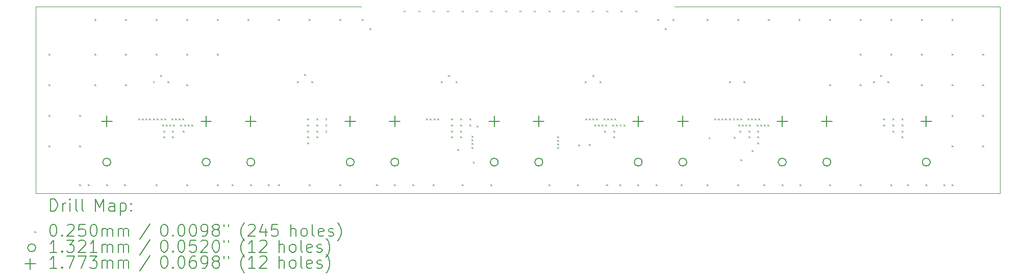
<source format=gbr>
%TF.GenerationSoftware,KiCad,Pcbnew,(7.0.0)*%
%TF.CreationDate,2023-07-13T11:56:27+02:00*%
%TF.ProjectId,RD53B_Quad_6DP_to_ERF8_Data_Adapter,52443533-425f-4517-9561-645f3644505f,V1*%
%TF.SameCoordinates,PX1767f18PY451e560*%
%TF.FileFunction,Drillmap*%
%TF.FilePolarity,Positive*%
%FSLAX45Y45*%
G04 Gerber Fmt 4.5, Leading zero omitted, Abs format (unit mm)*
G04 Created by KiCad (PCBNEW (7.0.0)) date 2023-07-13 11:56:27*
%MOMM*%
%LPD*%
G01*
G04 APERTURE LIST*
%ADD10C,0.010000*%
%ADD11C,0.200000*%
%ADD12C,0.025000*%
%ADD13C,0.132100*%
%ADD14C,0.177340*%
G04 APERTURE END LIST*
D10*
X-200Y3100500D02*
X-200Y500D01*
X15999800Y3100500D02*
X15999800Y500D01*
X10599800Y3100500D02*
X15999800Y3100500D01*
X5399800Y3100500D02*
X-200Y3100500D01*
X-200Y500D02*
X15999800Y500D01*
D11*
D12*
X211300Y2318000D02*
X236300Y2293000D01*
X236300Y2318000D02*
X211300Y2293000D01*
X211300Y1810000D02*
X236300Y1785000D01*
X236300Y1810000D02*
X211300Y1785000D01*
X211300Y1302000D02*
X236300Y1277000D01*
X236300Y1302000D02*
X211300Y1277000D01*
X211300Y794000D02*
X236300Y769000D01*
X236300Y794000D02*
X211300Y769000D01*
X719300Y1302000D02*
X744300Y1277000D01*
X744300Y1302000D02*
X719300Y1277000D01*
X719300Y798800D02*
X744300Y773800D01*
X744300Y798800D02*
X719300Y773800D01*
X719300Y154750D02*
X744300Y129750D01*
X744300Y154750D02*
X719300Y129750D01*
X866300Y154750D02*
X891300Y129750D01*
X891300Y154750D02*
X866300Y129750D01*
X973300Y2893000D02*
X998300Y2868000D01*
X998300Y2893000D02*
X973300Y2868000D01*
X973300Y2322200D02*
X998300Y2297200D01*
X998300Y2322200D02*
X973300Y2297200D01*
X973300Y1810000D02*
X998300Y1785000D01*
X998300Y1810000D02*
X973300Y1785000D01*
X1166300Y154750D02*
X1191300Y129750D01*
X1191300Y154750D02*
X1166300Y129750D01*
X1466300Y154750D02*
X1491300Y129750D01*
X1491300Y154750D02*
X1466300Y129750D01*
X1481300Y2893000D02*
X1506300Y2868000D01*
X1506300Y2893000D02*
X1481300Y2868000D01*
X1481300Y2322200D02*
X1506300Y2297200D01*
X1506300Y2322200D02*
X1481300Y2297200D01*
X1481300Y1810000D02*
X1506300Y1785000D01*
X1506300Y1810000D02*
X1481300Y1785000D01*
X1701060Y1246000D02*
X1726060Y1221000D01*
X1726060Y1246000D02*
X1701060Y1221000D01*
X1761220Y1246000D02*
X1786220Y1221000D01*
X1786220Y1246000D02*
X1761220Y1221000D01*
X1821380Y1246000D02*
X1846380Y1221000D01*
X1846380Y1246000D02*
X1821380Y1221000D01*
X1881540Y1246000D02*
X1906540Y1221000D01*
X1906540Y1246000D02*
X1881540Y1221000D01*
X1944300Y1863250D02*
X1969300Y1838250D01*
X1969300Y1863250D02*
X1944300Y1838250D01*
X1951140Y1246000D02*
X1976140Y1221000D01*
X1976140Y1246000D02*
X1951140Y1221000D01*
X1989300Y2893000D02*
X2014300Y2868000D01*
X2014300Y2893000D02*
X1989300Y2868000D01*
X1989300Y2318000D02*
X2014300Y2293000D01*
X2014300Y2318000D02*
X1989300Y2293000D01*
X1989300Y154750D02*
X2014300Y129750D01*
X2014300Y154750D02*
X1989300Y129750D01*
X2011300Y1247000D02*
X2036300Y1222000D01*
X2036300Y1247000D02*
X2011300Y1222000D01*
X2064300Y1963250D02*
X2089300Y1938250D01*
X2089300Y1963250D02*
X2064300Y1938250D01*
X2071710Y1247000D02*
X2096710Y1222000D01*
X2096710Y1247000D02*
X2071710Y1222000D01*
X2101060Y1146000D02*
X2126060Y1121000D01*
X2126060Y1146000D02*
X2101060Y1121000D01*
X2116800Y1046000D02*
X2141800Y1021000D01*
X2141800Y1046000D02*
X2116800Y1021000D01*
X2116800Y946000D02*
X2141800Y921000D01*
X2141800Y946000D02*
X2116800Y921000D01*
X2131870Y1246000D02*
X2156870Y1221000D01*
X2156870Y1246000D02*
X2131870Y1221000D01*
X2161220Y1146000D02*
X2186220Y1121000D01*
X2186220Y1146000D02*
X2161220Y1121000D01*
X2184300Y1863250D02*
X2209300Y1838250D01*
X2209300Y1863250D02*
X2184300Y1838250D01*
X2221380Y1146000D02*
X2246380Y1121000D01*
X2246380Y1146000D02*
X2221380Y1121000D01*
X2251060Y1246000D02*
X2276060Y1221000D01*
X2276060Y1246000D02*
X2251060Y1221000D01*
X2265800Y1046000D02*
X2290800Y1021000D01*
X2290800Y1046000D02*
X2265800Y1021000D01*
X2265800Y946000D02*
X2290800Y921000D01*
X2290800Y946000D02*
X2265800Y921000D01*
X2281540Y1146000D02*
X2306540Y1121000D01*
X2306540Y1146000D02*
X2281540Y1121000D01*
X2311220Y1246000D02*
X2336220Y1221000D01*
X2336220Y1246000D02*
X2311220Y1221000D01*
X2371380Y1246000D02*
X2396380Y1221000D01*
X2396380Y1246000D02*
X2371380Y1221000D01*
X2401060Y1146000D02*
X2426060Y1121000D01*
X2426060Y1146000D02*
X2401060Y1121000D01*
X2431540Y1246000D02*
X2456540Y1221000D01*
X2456540Y1246000D02*
X2431540Y1221000D01*
X2436300Y1046000D02*
X2461300Y1021000D01*
X2461300Y1046000D02*
X2436300Y1021000D01*
X2461220Y1146000D02*
X2486220Y1121000D01*
X2486220Y1146000D02*
X2461220Y1121000D01*
X2497300Y2893000D02*
X2522300Y2868000D01*
X2522300Y2893000D02*
X2497300Y2868000D01*
X2497300Y2318000D02*
X2522300Y2293000D01*
X2522300Y2318000D02*
X2497300Y2293000D01*
X2497300Y1810000D02*
X2522300Y1785000D01*
X2522300Y1810000D02*
X2497300Y1785000D01*
X2497300Y154750D02*
X2522300Y129750D01*
X2522300Y154750D02*
X2497300Y129750D01*
X2521380Y1146000D02*
X2546380Y1121000D01*
X2546380Y1146000D02*
X2521380Y1121000D01*
X2581540Y1146000D02*
X2606540Y1121000D01*
X2606540Y1146000D02*
X2581540Y1121000D01*
X3005300Y2893000D02*
X3030300Y2868000D01*
X3030300Y2893000D02*
X3005300Y2868000D01*
X3005300Y2318000D02*
X3030300Y2293000D01*
X3030300Y2318000D02*
X3005300Y2293000D01*
X3005300Y154750D02*
X3030300Y129750D01*
X3030300Y154750D02*
X3005300Y129750D01*
X3250000Y154750D02*
X3275000Y129750D01*
X3275000Y154750D02*
X3250000Y129750D01*
X3513300Y2893000D02*
X3538300Y2868000D01*
X3538300Y2893000D02*
X3513300Y2868000D01*
X3555900Y154400D02*
X3580900Y129400D01*
X3580900Y154400D02*
X3555900Y129400D01*
X3855900Y154750D02*
X3880900Y129750D01*
X3880900Y154750D02*
X3855900Y129750D01*
X4021300Y2893000D02*
X4046300Y2868000D01*
X4046300Y2893000D02*
X4021300Y2868000D01*
X4021300Y154750D02*
X4046300Y129750D01*
X4046300Y154750D02*
X4021300Y129750D01*
X4336300Y1863250D02*
X4361300Y1838250D01*
X4361300Y1863250D02*
X4336300Y1838250D01*
X4456300Y1980170D02*
X4481300Y1955170D01*
X4481300Y1980170D02*
X4456300Y1955170D01*
X4506550Y1246000D02*
X4531550Y1221000D01*
X4531550Y1246000D02*
X4506550Y1221000D01*
X4506550Y1146000D02*
X4531550Y1121000D01*
X4531550Y1146000D02*
X4506550Y1121000D01*
X4506550Y1046000D02*
X4531550Y1021000D01*
X4531550Y1046000D02*
X4506550Y1021000D01*
X4506550Y946000D02*
X4531550Y921000D01*
X4531550Y946000D02*
X4506550Y921000D01*
X4506550Y846000D02*
X4531550Y821000D01*
X4531550Y846000D02*
X4506550Y821000D01*
X4529300Y2893000D02*
X4554300Y2868000D01*
X4554300Y2893000D02*
X4529300Y2868000D01*
X4529300Y154750D02*
X4554300Y129750D01*
X4554300Y154750D02*
X4529300Y129750D01*
X4576300Y1863250D02*
X4601300Y1838250D01*
X4601300Y1863250D02*
X4576300Y1838250D01*
X4654300Y1146000D02*
X4679300Y1121000D01*
X4679300Y1146000D02*
X4654300Y1121000D01*
X4657300Y1246000D02*
X4682300Y1221000D01*
X4682300Y1246000D02*
X4657300Y1221000D01*
X4657300Y1046000D02*
X4682300Y1021000D01*
X4682300Y1046000D02*
X4657300Y1021000D01*
X4657300Y946000D02*
X4682300Y921000D01*
X4682300Y946000D02*
X4657300Y921000D01*
X4806050Y1246000D02*
X4831050Y1221000D01*
X4831050Y1246000D02*
X4806050Y1221000D01*
X4806050Y1146000D02*
X4831050Y1121000D01*
X4831050Y1146000D02*
X4806050Y1121000D01*
X4806050Y1046000D02*
X4831050Y1021000D01*
X4831050Y1046000D02*
X4806050Y1021000D01*
X5037300Y2893000D02*
X5062300Y2868000D01*
X5062300Y2893000D02*
X5037300Y2868000D01*
X5037300Y154750D02*
X5062300Y129750D01*
X5062300Y154750D02*
X5037300Y129750D01*
X5410300Y2893000D02*
X5435300Y2868000D01*
X5435300Y2893000D02*
X5410300Y2868000D01*
X5537300Y2746000D02*
X5562300Y2721000D01*
X5562300Y2746000D02*
X5537300Y2721000D01*
X5645900Y154750D02*
X5670900Y129750D01*
X5670900Y154750D02*
X5645900Y129750D01*
X5945900Y154750D02*
X5970900Y129750D01*
X5970900Y154750D02*
X5945900Y129750D01*
X6107300Y3036000D02*
X6132300Y3011000D01*
X6132300Y3036000D02*
X6107300Y3011000D01*
X6245900Y154750D02*
X6270900Y129750D01*
X6270900Y154750D02*
X6245900Y129750D01*
X6347300Y3036000D02*
X6372300Y3011000D01*
X6372300Y3036000D02*
X6347300Y3011000D01*
X6481060Y1246000D02*
X6506060Y1221000D01*
X6506060Y1246000D02*
X6481060Y1221000D01*
X6541220Y1246000D02*
X6566220Y1221000D01*
X6566220Y1246000D02*
X6541220Y1221000D01*
X6587300Y3036000D02*
X6612300Y3011000D01*
X6612300Y3036000D02*
X6587300Y3011000D01*
X6587300Y154750D02*
X6612300Y129750D01*
X6612300Y154750D02*
X6587300Y129750D01*
X6601380Y1246000D02*
X6626380Y1221000D01*
X6626380Y1246000D02*
X6601380Y1221000D01*
X6661540Y1246000D02*
X6686540Y1221000D01*
X6686540Y1246000D02*
X6661540Y1221000D01*
X6726300Y1863250D02*
X6751300Y1838250D01*
X6751300Y1863250D02*
X6726300Y1838250D01*
X6827300Y3036000D02*
X6852300Y3011000D01*
X6852300Y3036000D02*
X6827300Y3011000D01*
X6846300Y1963250D02*
X6871300Y1938250D01*
X6871300Y1963250D02*
X6846300Y1938250D01*
X6895800Y1246000D02*
X6920800Y1221000D01*
X6920800Y1246000D02*
X6895800Y1221000D01*
X6895800Y1146000D02*
X6920800Y1121000D01*
X6920800Y1146000D02*
X6895800Y1121000D01*
X6895800Y1046000D02*
X6920800Y1021000D01*
X6920800Y1046000D02*
X6895800Y1021000D01*
X6895800Y946000D02*
X6920800Y921000D01*
X6920800Y946000D02*
X6895800Y921000D01*
X6966300Y1863250D02*
X6991300Y1838250D01*
X6991300Y1863250D02*
X6966300Y1838250D01*
X6996300Y740000D02*
X7021300Y715000D01*
X7021300Y740000D02*
X6996300Y715000D01*
X7046800Y1246000D02*
X7071800Y1221000D01*
X7071800Y1246000D02*
X7046800Y1221000D01*
X7046800Y1146000D02*
X7071800Y1121000D01*
X7071800Y1146000D02*
X7046800Y1121000D01*
X7046800Y1046000D02*
X7071800Y1021000D01*
X7071800Y1046000D02*
X7046800Y1021000D01*
X7046800Y946000D02*
X7071800Y921000D01*
X7071800Y946000D02*
X7046800Y921000D01*
X7067300Y3036000D02*
X7092300Y3011000D01*
X7092300Y3036000D02*
X7067300Y3011000D01*
X7067300Y154750D02*
X7092300Y129750D01*
X7092300Y154750D02*
X7067300Y129750D01*
X7196550Y1246000D02*
X7221550Y1221000D01*
X7221550Y1246000D02*
X7196550Y1221000D01*
X7196550Y1146000D02*
X7221550Y1121000D01*
X7221550Y1146000D02*
X7196550Y1121000D01*
X7233300Y955240D02*
X7258300Y930240D01*
X7258300Y955240D02*
X7233300Y930240D01*
X7233300Y895080D02*
X7258300Y870080D01*
X7258300Y895080D02*
X7233300Y870080D01*
X7233300Y834920D02*
X7258300Y809920D01*
X7258300Y834920D02*
X7233300Y809920D01*
X7233300Y774760D02*
X7258300Y749760D01*
X7258300Y774760D02*
X7233300Y749760D01*
X7252800Y529500D02*
X7277800Y504500D01*
X7277800Y529500D02*
X7252800Y504500D01*
X7307300Y3036000D02*
X7332300Y3011000D01*
X7332300Y3036000D02*
X7307300Y3011000D01*
X7316100Y1125500D02*
X7341100Y1100500D01*
X7341100Y1125500D02*
X7316100Y1100500D01*
X7547300Y3036000D02*
X7572300Y3011000D01*
X7572300Y3036000D02*
X7547300Y3011000D01*
X7547300Y154750D02*
X7572300Y129750D01*
X7572300Y154750D02*
X7547300Y129750D01*
X7787300Y3036000D02*
X7812300Y3011000D01*
X7812300Y3036000D02*
X7787300Y3011000D01*
X8027300Y3036000D02*
X8052300Y3011000D01*
X8052300Y3036000D02*
X8027300Y3011000D01*
X8267300Y3036000D02*
X8292300Y3011000D01*
X8292300Y3036000D02*
X8267300Y3011000D01*
X8507300Y3036000D02*
X8532300Y3011000D01*
X8532300Y3036000D02*
X8507300Y3011000D01*
X8507300Y154750D02*
X8532300Y129750D01*
X8532300Y154750D02*
X8507300Y129750D01*
X8650300Y952820D02*
X8675300Y927820D01*
X8675300Y952820D02*
X8650300Y927820D01*
X8650300Y892660D02*
X8675300Y867660D01*
X8675300Y892660D02*
X8650300Y867660D01*
X8650300Y832500D02*
X8675300Y807500D01*
X8675300Y832500D02*
X8650300Y807500D01*
X8650300Y772340D02*
X8675300Y747340D01*
X8675300Y772340D02*
X8650300Y747340D01*
X8747300Y3036000D02*
X8772300Y3011000D01*
X8772300Y3036000D02*
X8747300Y3011000D01*
X8987300Y3036000D02*
X9012300Y3011000D01*
X9012300Y3036000D02*
X8987300Y3011000D01*
X8987300Y154750D02*
X9012300Y129750D01*
X9012300Y154750D02*
X8987300Y129750D01*
X8998600Y817000D02*
X9023600Y792000D01*
X9023600Y817000D02*
X8998600Y792000D01*
X9115300Y1863250D02*
X9140300Y1838250D01*
X9140300Y1863250D02*
X9115300Y1838250D01*
X9121060Y1246000D02*
X9146060Y1221000D01*
X9146060Y1246000D02*
X9121060Y1221000D01*
X9181220Y1246000D02*
X9206220Y1221000D01*
X9206220Y1246000D02*
X9181220Y1221000D01*
X9182300Y818900D02*
X9207300Y793900D01*
X9207300Y818900D02*
X9182300Y793900D01*
X9227300Y3036000D02*
X9252300Y3011000D01*
X9252300Y3036000D02*
X9227300Y3011000D01*
X9235300Y1963250D02*
X9260300Y1938250D01*
X9260300Y1963250D02*
X9235300Y1938250D01*
X9241380Y1246000D02*
X9266380Y1221000D01*
X9266380Y1246000D02*
X9241380Y1221000D01*
X9271060Y1146000D02*
X9296060Y1121000D01*
X9296060Y1146000D02*
X9271060Y1121000D01*
X9301540Y1246000D02*
X9326540Y1221000D01*
X9326540Y1246000D02*
X9301540Y1221000D01*
X9331220Y1146000D02*
X9356220Y1121000D01*
X9356220Y1146000D02*
X9331220Y1121000D01*
X9355300Y1863250D02*
X9380300Y1838250D01*
X9380300Y1863250D02*
X9355300Y1838250D01*
X9391380Y1146000D02*
X9416380Y1121000D01*
X9416380Y1146000D02*
X9391380Y1121000D01*
X9421060Y1246000D02*
X9446060Y1221000D01*
X9446060Y1246000D02*
X9421060Y1221000D01*
X9436800Y1046000D02*
X9461800Y1021000D01*
X9461800Y1046000D02*
X9436800Y1021000D01*
X9451540Y1146000D02*
X9476540Y1121000D01*
X9476540Y1146000D02*
X9451540Y1121000D01*
X9467300Y3036000D02*
X9492300Y3011000D01*
X9492300Y3036000D02*
X9467300Y3011000D01*
X9467300Y154750D02*
X9492300Y129750D01*
X9492300Y154750D02*
X9467300Y129750D01*
X9481220Y1246000D02*
X9506220Y1221000D01*
X9506220Y1246000D02*
X9481220Y1221000D01*
X9541380Y1246000D02*
X9566380Y1221000D01*
X9566380Y1246000D02*
X9541380Y1221000D01*
X9571060Y1146000D02*
X9596060Y1121000D01*
X9596060Y1146000D02*
X9571060Y1121000D01*
X9586550Y1046000D02*
X9611550Y1021000D01*
X9611550Y1046000D02*
X9586550Y1021000D01*
X9586550Y946000D02*
X9611550Y921000D01*
X9611550Y946000D02*
X9586550Y921000D01*
X9601540Y1246000D02*
X9626540Y1221000D01*
X9626540Y1246000D02*
X9601540Y1221000D01*
X9631220Y1146000D02*
X9656220Y1121000D01*
X9656220Y1146000D02*
X9631220Y1121000D01*
X9685700Y154750D02*
X9710700Y129750D01*
X9710700Y154750D02*
X9685700Y129750D01*
X9691380Y1146000D02*
X9716380Y1121000D01*
X9716380Y1146000D02*
X9691380Y1121000D01*
X9707300Y3036000D02*
X9732300Y3011000D01*
X9732300Y3036000D02*
X9707300Y3011000D01*
X9751540Y1146000D02*
X9776540Y1121000D01*
X9776540Y1146000D02*
X9751540Y1121000D01*
X9947300Y3036000D02*
X9972300Y3011000D01*
X9972300Y3036000D02*
X9947300Y3011000D01*
X9985700Y154750D02*
X10010700Y129750D01*
X10010700Y154750D02*
X9985700Y129750D01*
X10285700Y154750D02*
X10310700Y129750D01*
X10310700Y154750D02*
X10285700Y129750D01*
X10310300Y2893000D02*
X10335300Y2868000D01*
X10335300Y2893000D02*
X10310300Y2868000D01*
X10437300Y2746000D02*
X10462300Y2721000D01*
X10462300Y2746000D02*
X10437300Y2721000D01*
X10564300Y2893000D02*
X10589300Y2868000D01*
X10589300Y2893000D02*
X10564300Y2868000D01*
X10704300Y154750D02*
X10729300Y129750D01*
X10729300Y154750D02*
X10704300Y129750D01*
X11133300Y2893000D02*
X11158300Y2868000D01*
X11158300Y2893000D02*
X11133300Y2868000D01*
X11133300Y154750D02*
X11158300Y129750D01*
X11158300Y154750D02*
X11133300Y129750D01*
X11164700Y932800D02*
X11189700Y907800D01*
X11189700Y932800D02*
X11164700Y907800D01*
X11260730Y1246000D02*
X11285730Y1221000D01*
X11285730Y1246000D02*
X11260730Y1221000D01*
X11320890Y1246000D02*
X11345890Y1221000D01*
X11345890Y1246000D02*
X11320890Y1221000D01*
X11381380Y1246000D02*
X11406380Y1221000D01*
X11406380Y1246000D02*
X11381380Y1221000D01*
X11441540Y1246000D02*
X11466540Y1221000D01*
X11466540Y1246000D02*
X11441540Y1221000D01*
X11505300Y1863250D02*
X11530300Y1838250D01*
X11530300Y1863250D02*
X11505300Y1838250D01*
X11510730Y1246000D02*
X11535730Y1221000D01*
X11535730Y1246000D02*
X11510730Y1221000D01*
X11570890Y1246000D02*
X11595890Y1221000D01*
X11595890Y1246000D02*
X11570890Y1221000D01*
X11587300Y943500D02*
X11612300Y918500D01*
X11612300Y943500D02*
X11587300Y918500D01*
X11631380Y1246000D02*
X11656380Y1221000D01*
X11656380Y1246000D02*
X11631380Y1221000D01*
X11641300Y2893000D02*
X11666300Y2868000D01*
X11666300Y2893000D02*
X11641300Y2868000D01*
X11641300Y154750D02*
X11666300Y129750D01*
X11666300Y154750D02*
X11641300Y129750D01*
X11661060Y1146000D02*
X11686060Y1121000D01*
X11686060Y1146000D02*
X11661060Y1121000D01*
X11677050Y1046000D02*
X11702050Y1021000D01*
X11702050Y1046000D02*
X11677050Y1021000D01*
X11690600Y565200D02*
X11715600Y540200D01*
X11715600Y565200D02*
X11690600Y540200D01*
X11691540Y1246000D02*
X11716540Y1221000D01*
X11716540Y1246000D02*
X11691540Y1221000D01*
X11721220Y1146000D02*
X11746220Y1121000D01*
X11746220Y1146000D02*
X11721220Y1121000D01*
X11745300Y1863250D02*
X11770300Y1838250D01*
X11770300Y1863250D02*
X11745300Y1838250D01*
X11781380Y1146000D02*
X11806380Y1121000D01*
X11806380Y1146000D02*
X11781380Y1121000D01*
X11811060Y1246000D02*
X11836060Y1221000D01*
X11836060Y1246000D02*
X11811060Y1221000D01*
X11826550Y1046000D02*
X11851550Y1021000D01*
X11851550Y1046000D02*
X11826550Y1021000D01*
X11826550Y946000D02*
X11851550Y921000D01*
X11851550Y946000D02*
X11826550Y921000D01*
X11841540Y1146000D02*
X11866540Y1121000D01*
X11866540Y1146000D02*
X11841540Y1121000D01*
X11871220Y1246000D02*
X11896220Y1221000D01*
X11896220Y1246000D02*
X11871220Y1221000D01*
X11879100Y719600D02*
X11904100Y694600D01*
X11904100Y719600D02*
X11879100Y694600D01*
X11931380Y1246000D02*
X11956380Y1221000D01*
X11956380Y1246000D02*
X11931380Y1221000D01*
X11961060Y1146000D02*
X11986060Y1121000D01*
X11986060Y1146000D02*
X11961060Y1121000D01*
X11977050Y1046000D02*
X12002050Y1021000D01*
X12002050Y1046000D02*
X11977050Y1021000D01*
X11977050Y946000D02*
X12002050Y921000D01*
X12002050Y946000D02*
X11977050Y921000D01*
X11977050Y846000D02*
X12002050Y821000D01*
X12002050Y846000D02*
X11977050Y821000D01*
X11991540Y1246000D02*
X12016540Y1221000D01*
X12016540Y1246000D02*
X11991540Y1221000D01*
X12021220Y1146000D02*
X12046220Y1121000D01*
X12046220Y1146000D02*
X12021220Y1121000D01*
X12075500Y154750D02*
X12100500Y129750D01*
X12100500Y154750D02*
X12075500Y129750D01*
X12081380Y1146000D02*
X12106380Y1121000D01*
X12106380Y1146000D02*
X12081380Y1121000D01*
X12141540Y1146000D02*
X12166540Y1121000D01*
X12166540Y1146000D02*
X12141540Y1121000D01*
X12149300Y2893000D02*
X12174300Y2868000D01*
X12174300Y2893000D02*
X12149300Y2868000D01*
X12375500Y154750D02*
X12400500Y129750D01*
X12400500Y154750D02*
X12375500Y129750D01*
X12657300Y2893000D02*
X12682300Y2868000D01*
X12682300Y2893000D02*
X12657300Y2868000D01*
X12675500Y154750D02*
X12700500Y129750D01*
X12700500Y154750D02*
X12675500Y129750D01*
X13165300Y2893000D02*
X13190300Y2868000D01*
X13190300Y2893000D02*
X13165300Y2868000D01*
X13165300Y1810000D02*
X13190300Y1785000D01*
X13190300Y1810000D02*
X13165300Y1785000D01*
X13165300Y154750D02*
X13190300Y129750D01*
X13190300Y154750D02*
X13165300Y129750D01*
X13673300Y2893000D02*
X13698300Y2868000D01*
X13698300Y2893000D02*
X13673300Y2868000D01*
X13673300Y2318000D02*
X13698300Y2293000D01*
X13698300Y2318000D02*
X13673300Y2293000D01*
X13673300Y1810000D02*
X13698300Y1785000D01*
X13698300Y1810000D02*
X13673300Y1785000D01*
X13673300Y154750D02*
X13698300Y129750D01*
X13698300Y154750D02*
X13673300Y129750D01*
X13895300Y1863250D02*
X13920300Y1838250D01*
X13920300Y1863250D02*
X13895300Y1838250D01*
X14015300Y1963250D02*
X14040300Y1938250D01*
X14040300Y1963250D02*
X14015300Y1938250D01*
X14064800Y1246000D02*
X14089800Y1221000D01*
X14089800Y1246000D02*
X14064800Y1221000D01*
X14064800Y1146000D02*
X14089800Y1121000D01*
X14089800Y1146000D02*
X14064800Y1121000D01*
X14135300Y1863250D02*
X14160300Y1838250D01*
X14160300Y1863250D02*
X14135300Y1838250D01*
X14181300Y2893000D02*
X14206300Y2868000D01*
X14206300Y2893000D02*
X14181300Y2868000D01*
X14181300Y2318000D02*
X14206300Y2293000D01*
X14206300Y2318000D02*
X14181300Y2293000D01*
X14181300Y154750D02*
X14206300Y129750D01*
X14206300Y154750D02*
X14181300Y129750D01*
X14214300Y1246000D02*
X14239300Y1221000D01*
X14239300Y1246000D02*
X14214300Y1221000D01*
X14214300Y1146000D02*
X14239300Y1121000D01*
X14239300Y1146000D02*
X14214300Y1121000D01*
X14214300Y1046000D02*
X14239300Y1021000D01*
X14239300Y1046000D02*
X14214300Y1021000D01*
X14365550Y1248500D02*
X14390550Y1223500D01*
X14390550Y1248500D02*
X14365550Y1223500D01*
X14365550Y1146000D02*
X14390550Y1121000D01*
X14390550Y1146000D02*
X14365550Y1121000D01*
X14365550Y1046000D02*
X14390550Y1021000D01*
X14390550Y1046000D02*
X14365550Y1021000D01*
X14365550Y946000D02*
X14390550Y921000D01*
X14390550Y946000D02*
X14365550Y921000D01*
X14465300Y154750D02*
X14490300Y129750D01*
X14490300Y154750D02*
X14465300Y129750D01*
X14689300Y2893000D02*
X14714300Y2868000D01*
X14714300Y2893000D02*
X14689300Y2868000D01*
X14689300Y2318000D02*
X14714300Y2293000D01*
X14714300Y2318000D02*
X14689300Y2293000D01*
X14689300Y1810000D02*
X14714300Y1785000D01*
X14714300Y1810000D02*
X14689300Y1785000D01*
X14765300Y154750D02*
X14790300Y129750D01*
X14790300Y154750D02*
X14765300Y129750D01*
X15065300Y154750D02*
X15090300Y129750D01*
X15090300Y154750D02*
X15065300Y129750D01*
X15197300Y2893000D02*
X15222300Y2868000D01*
X15222300Y2893000D02*
X15197300Y2868000D01*
X15197300Y2318000D02*
X15222300Y2293000D01*
X15222300Y2318000D02*
X15197300Y2293000D01*
X15197300Y1810000D02*
X15222300Y1785000D01*
X15222300Y1810000D02*
X15197300Y1785000D01*
X15197300Y1302000D02*
X15222300Y1277000D01*
X15222300Y1302000D02*
X15197300Y1277000D01*
X15197300Y794000D02*
X15222300Y769000D01*
X15222300Y794000D02*
X15197300Y769000D01*
X15197300Y154750D02*
X15222300Y129750D01*
X15222300Y154750D02*
X15197300Y129750D01*
X15705300Y2318000D02*
X15730300Y2293000D01*
X15730300Y2318000D02*
X15705300Y2293000D01*
X15705300Y1810000D02*
X15730300Y1785000D01*
X15730300Y1810000D02*
X15705300Y1785000D01*
X15705300Y1302000D02*
X15730300Y1277000D01*
X15730300Y1302000D02*
X15705300Y1277000D01*
X15705300Y794000D02*
X15730300Y769000D01*
X15730300Y794000D02*
X15705300Y769000D01*
D13*
X1244850Y518500D02*
G75*
G03*
X1244850Y518500I-66050J0D01*
G01*
X2894850Y518500D02*
G75*
G03*
X2894850Y518500I-66050J0D01*
G01*
X3634450Y518600D02*
G75*
G03*
X3634450Y518600I-66050J0D01*
G01*
X5284450Y518600D02*
G75*
G03*
X5284450Y518600I-66050J0D01*
G01*
X6024450Y518500D02*
G75*
G03*
X6024450Y518500I-66050J0D01*
G01*
X7674450Y518500D02*
G75*
G03*
X7674450Y518500I-66050J0D01*
G01*
X8414250Y518500D02*
G75*
G03*
X8414250Y518500I-66050J0D01*
G01*
X10064250Y518500D02*
G75*
G03*
X10064250Y518500I-66050J0D01*
G01*
X10804050Y518500D02*
G75*
G03*
X10804050Y518500I-66050J0D01*
G01*
X12454050Y518500D02*
G75*
G03*
X12454050Y518500I-66050J0D01*
G01*
X13193850Y518500D02*
G75*
G03*
X13193850Y518500I-66050J0D01*
G01*
X14843850Y518500D02*
G75*
G03*
X14843850Y518500I-66050J0D01*
G01*
D14*
X1178800Y1285170D02*
X1178800Y1107830D01*
X1090130Y1196500D02*
X1267470Y1196500D01*
X2828800Y1285170D02*
X2828800Y1107830D01*
X2740130Y1196500D02*
X2917470Y1196500D01*
X3568400Y1285270D02*
X3568400Y1107930D01*
X3479730Y1196600D02*
X3657070Y1196600D01*
X5218400Y1285270D02*
X5218400Y1107930D01*
X5129730Y1196600D02*
X5307070Y1196600D01*
X5958400Y1285170D02*
X5958400Y1107830D01*
X5869730Y1196500D02*
X6047070Y1196500D01*
X7608400Y1285170D02*
X7608400Y1107830D01*
X7519730Y1196500D02*
X7697070Y1196500D01*
X8348200Y1285170D02*
X8348200Y1107830D01*
X8259530Y1196500D02*
X8436870Y1196500D01*
X9998200Y1285170D02*
X9998200Y1107830D01*
X9909530Y1196500D02*
X10086870Y1196500D01*
X10738000Y1285170D02*
X10738000Y1107830D01*
X10649330Y1196500D02*
X10826670Y1196500D01*
X12388000Y1285170D02*
X12388000Y1107830D01*
X12299330Y1196500D02*
X12476670Y1196500D01*
X13127800Y1285170D02*
X13127800Y1107830D01*
X13039130Y1196500D02*
X13216470Y1196500D01*
X14777800Y1285170D02*
X14777800Y1107830D01*
X14689130Y1196500D02*
X14866470Y1196500D01*
D11*
X246919Y-293476D02*
X246919Y-93476D01*
X246919Y-93476D02*
X294538Y-93476D01*
X294538Y-93476D02*
X323110Y-103000D01*
X323110Y-103000D02*
X342157Y-122048D01*
X342157Y-122048D02*
X351681Y-141095D01*
X351681Y-141095D02*
X361205Y-179190D01*
X361205Y-179190D02*
X361205Y-207762D01*
X361205Y-207762D02*
X351681Y-245857D01*
X351681Y-245857D02*
X342157Y-264905D01*
X342157Y-264905D02*
X323110Y-283952D01*
X323110Y-283952D02*
X294538Y-293476D01*
X294538Y-293476D02*
X246919Y-293476D01*
X446919Y-293476D02*
X446919Y-160143D01*
X446919Y-198238D02*
X456443Y-179190D01*
X456443Y-179190D02*
X465967Y-169667D01*
X465967Y-169667D02*
X485014Y-160143D01*
X485014Y-160143D02*
X504062Y-160143D01*
X570729Y-293476D02*
X570729Y-160143D01*
X570729Y-93476D02*
X561205Y-103000D01*
X561205Y-103000D02*
X570729Y-112524D01*
X570729Y-112524D02*
X580252Y-103000D01*
X580252Y-103000D02*
X570729Y-93476D01*
X570729Y-93476D02*
X570729Y-112524D01*
X694538Y-293476D02*
X675490Y-283952D01*
X675490Y-283952D02*
X665967Y-264905D01*
X665967Y-264905D02*
X665967Y-93476D01*
X799300Y-293476D02*
X780252Y-283952D01*
X780252Y-283952D02*
X770728Y-264905D01*
X770728Y-264905D02*
X770728Y-93476D01*
X995490Y-293476D02*
X995490Y-93476D01*
X995490Y-93476D02*
X1062157Y-236333D01*
X1062157Y-236333D02*
X1128824Y-93476D01*
X1128824Y-93476D02*
X1128824Y-293476D01*
X1309776Y-293476D02*
X1309776Y-188714D01*
X1309776Y-188714D02*
X1300252Y-169667D01*
X1300252Y-169667D02*
X1281205Y-160143D01*
X1281205Y-160143D02*
X1243109Y-160143D01*
X1243109Y-160143D02*
X1224062Y-169667D01*
X1309776Y-283952D02*
X1290729Y-293476D01*
X1290729Y-293476D02*
X1243109Y-293476D01*
X1243109Y-293476D02*
X1224062Y-283952D01*
X1224062Y-283952D02*
X1214538Y-264905D01*
X1214538Y-264905D02*
X1214538Y-245857D01*
X1214538Y-245857D02*
X1224062Y-226809D01*
X1224062Y-226809D02*
X1243109Y-217286D01*
X1243109Y-217286D02*
X1290729Y-217286D01*
X1290729Y-217286D02*
X1309776Y-207762D01*
X1405014Y-160143D02*
X1405014Y-360143D01*
X1405014Y-169667D02*
X1424062Y-160143D01*
X1424062Y-160143D02*
X1462157Y-160143D01*
X1462157Y-160143D02*
X1481205Y-169667D01*
X1481205Y-169667D02*
X1490728Y-179190D01*
X1490728Y-179190D02*
X1500252Y-198238D01*
X1500252Y-198238D02*
X1500252Y-255381D01*
X1500252Y-255381D02*
X1490728Y-274429D01*
X1490728Y-274429D02*
X1481205Y-283952D01*
X1481205Y-283952D02*
X1462157Y-293476D01*
X1462157Y-293476D02*
X1424062Y-293476D01*
X1424062Y-293476D02*
X1405014Y-283952D01*
X1585967Y-274429D02*
X1595490Y-283952D01*
X1595490Y-283952D02*
X1585967Y-293476D01*
X1585967Y-293476D02*
X1576443Y-283952D01*
X1576443Y-283952D02*
X1585967Y-274429D01*
X1585967Y-274429D02*
X1585967Y-293476D01*
X1585967Y-169667D02*
X1595490Y-179190D01*
X1595490Y-179190D02*
X1585967Y-188714D01*
X1585967Y-188714D02*
X1576443Y-179190D01*
X1576443Y-179190D02*
X1585967Y-169667D01*
X1585967Y-169667D02*
X1585967Y-188714D01*
D12*
X-25700Y-627500D02*
X-700Y-652500D01*
X-700Y-627500D02*
X-25700Y-652500D01*
D11*
X285014Y-513476D02*
X304062Y-513476D01*
X304062Y-513476D02*
X323110Y-523000D01*
X323110Y-523000D02*
X332633Y-532524D01*
X332633Y-532524D02*
X342157Y-551571D01*
X342157Y-551571D02*
X351681Y-589667D01*
X351681Y-589667D02*
X351681Y-637286D01*
X351681Y-637286D02*
X342157Y-675381D01*
X342157Y-675381D02*
X332633Y-694429D01*
X332633Y-694429D02*
X323110Y-703952D01*
X323110Y-703952D02*
X304062Y-713476D01*
X304062Y-713476D02*
X285014Y-713476D01*
X285014Y-713476D02*
X265967Y-703952D01*
X265967Y-703952D02*
X256443Y-694429D01*
X256443Y-694429D02*
X246919Y-675381D01*
X246919Y-675381D02*
X237395Y-637286D01*
X237395Y-637286D02*
X237395Y-589667D01*
X237395Y-589667D02*
X246919Y-551571D01*
X246919Y-551571D02*
X256443Y-532524D01*
X256443Y-532524D02*
X265967Y-523000D01*
X265967Y-523000D02*
X285014Y-513476D01*
X437395Y-694429D02*
X446919Y-703952D01*
X446919Y-703952D02*
X437395Y-713476D01*
X437395Y-713476D02*
X427871Y-703952D01*
X427871Y-703952D02*
X437395Y-694429D01*
X437395Y-694429D02*
X437395Y-713476D01*
X523109Y-532524D02*
X532633Y-523000D01*
X532633Y-523000D02*
X551681Y-513476D01*
X551681Y-513476D02*
X599300Y-513476D01*
X599300Y-513476D02*
X618348Y-523000D01*
X618348Y-523000D02*
X627871Y-532524D01*
X627871Y-532524D02*
X637395Y-551571D01*
X637395Y-551571D02*
X637395Y-570619D01*
X637395Y-570619D02*
X627871Y-599190D01*
X627871Y-599190D02*
X513586Y-713476D01*
X513586Y-713476D02*
X637395Y-713476D01*
X818348Y-513476D02*
X723109Y-513476D01*
X723109Y-513476D02*
X713586Y-608714D01*
X713586Y-608714D02*
X723109Y-599190D01*
X723109Y-599190D02*
X742157Y-589667D01*
X742157Y-589667D02*
X789776Y-589667D01*
X789776Y-589667D02*
X808824Y-599190D01*
X808824Y-599190D02*
X818348Y-608714D01*
X818348Y-608714D02*
X827871Y-627762D01*
X827871Y-627762D02*
X827871Y-675381D01*
X827871Y-675381D02*
X818348Y-694429D01*
X818348Y-694429D02*
X808824Y-703952D01*
X808824Y-703952D02*
X789776Y-713476D01*
X789776Y-713476D02*
X742157Y-713476D01*
X742157Y-713476D02*
X723109Y-703952D01*
X723109Y-703952D02*
X713586Y-694429D01*
X951681Y-513476D02*
X970729Y-513476D01*
X970729Y-513476D02*
X989776Y-523000D01*
X989776Y-523000D02*
X999300Y-532524D01*
X999300Y-532524D02*
X1008824Y-551571D01*
X1008824Y-551571D02*
X1018348Y-589667D01*
X1018348Y-589667D02*
X1018348Y-637286D01*
X1018348Y-637286D02*
X1008824Y-675381D01*
X1008824Y-675381D02*
X999300Y-694429D01*
X999300Y-694429D02*
X989776Y-703952D01*
X989776Y-703952D02*
X970729Y-713476D01*
X970729Y-713476D02*
X951681Y-713476D01*
X951681Y-713476D02*
X932633Y-703952D01*
X932633Y-703952D02*
X923109Y-694429D01*
X923109Y-694429D02*
X913586Y-675381D01*
X913586Y-675381D02*
X904062Y-637286D01*
X904062Y-637286D02*
X904062Y-589667D01*
X904062Y-589667D02*
X913586Y-551571D01*
X913586Y-551571D02*
X923109Y-532524D01*
X923109Y-532524D02*
X932633Y-523000D01*
X932633Y-523000D02*
X951681Y-513476D01*
X1104062Y-713476D02*
X1104062Y-580143D01*
X1104062Y-599190D02*
X1113586Y-589667D01*
X1113586Y-589667D02*
X1132633Y-580143D01*
X1132633Y-580143D02*
X1161205Y-580143D01*
X1161205Y-580143D02*
X1180252Y-589667D01*
X1180252Y-589667D02*
X1189776Y-608714D01*
X1189776Y-608714D02*
X1189776Y-713476D01*
X1189776Y-608714D02*
X1199300Y-589667D01*
X1199300Y-589667D02*
X1218348Y-580143D01*
X1218348Y-580143D02*
X1246919Y-580143D01*
X1246919Y-580143D02*
X1265967Y-589667D01*
X1265967Y-589667D02*
X1275491Y-608714D01*
X1275491Y-608714D02*
X1275491Y-713476D01*
X1370729Y-713476D02*
X1370729Y-580143D01*
X1370729Y-599190D02*
X1380252Y-589667D01*
X1380252Y-589667D02*
X1399300Y-580143D01*
X1399300Y-580143D02*
X1427871Y-580143D01*
X1427871Y-580143D02*
X1446919Y-589667D01*
X1446919Y-589667D02*
X1456443Y-608714D01*
X1456443Y-608714D02*
X1456443Y-713476D01*
X1456443Y-608714D02*
X1465967Y-589667D01*
X1465967Y-589667D02*
X1485014Y-580143D01*
X1485014Y-580143D02*
X1513586Y-580143D01*
X1513586Y-580143D02*
X1532633Y-589667D01*
X1532633Y-589667D02*
X1542157Y-608714D01*
X1542157Y-608714D02*
X1542157Y-713476D01*
X1900252Y-503952D02*
X1728824Y-761095D01*
X2125014Y-513476D02*
X2144062Y-513476D01*
X2144062Y-513476D02*
X2163110Y-523000D01*
X2163110Y-523000D02*
X2172633Y-532524D01*
X2172633Y-532524D02*
X2182157Y-551571D01*
X2182157Y-551571D02*
X2191681Y-589667D01*
X2191681Y-589667D02*
X2191681Y-637286D01*
X2191681Y-637286D02*
X2182157Y-675381D01*
X2182157Y-675381D02*
X2172633Y-694429D01*
X2172633Y-694429D02*
X2163110Y-703952D01*
X2163110Y-703952D02*
X2144062Y-713476D01*
X2144062Y-713476D02*
X2125014Y-713476D01*
X2125014Y-713476D02*
X2105967Y-703952D01*
X2105967Y-703952D02*
X2096443Y-694429D01*
X2096443Y-694429D02*
X2086919Y-675381D01*
X2086919Y-675381D02*
X2077395Y-637286D01*
X2077395Y-637286D02*
X2077395Y-589667D01*
X2077395Y-589667D02*
X2086919Y-551571D01*
X2086919Y-551571D02*
X2096443Y-532524D01*
X2096443Y-532524D02*
X2105967Y-523000D01*
X2105967Y-523000D02*
X2125014Y-513476D01*
X2277395Y-694429D02*
X2286919Y-703952D01*
X2286919Y-703952D02*
X2277395Y-713476D01*
X2277395Y-713476D02*
X2267872Y-703952D01*
X2267872Y-703952D02*
X2277395Y-694429D01*
X2277395Y-694429D02*
X2277395Y-713476D01*
X2410729Y-513476D02*
X2429776Y-513476D01*
X2429776Y-513476D02*
X2448824Y-523000D01*
X2448824Y-523000D02*
X2458348Y-532524D01*
X2458348Y-532524D02*
X2467872Y-551571D01*
X2467872Y-551571D02*
X2477395Y-589667D01*
X2477395Y-589667D02*
X2477395Y-637286D01*
X2477395Y-637286D02*
X2467872Y-675381D01*
X2467872Y-675381D02*
X2458348Y-694429D01*
X2458348Y-694429D02*
X2448824Y-703952D01*
X2448824Y-703952D02*
X2429776Y-713476D01*
X2429776Y-713476D02*
X2410729Y-713476D01*
X2410729Y-713476D02*
X2391681Y-703952D01*
X2391681Y-703952D02*
X2382157Y-694429D01*
X2382157Y-694429D02*
X2372633Y-675381D01*
X2372633Y-675381D02*
X2363110Y-637286D01*
X2363110Y-637286D02*
X2363110Y-589667D01*
X2363110Y-589667D02*
X2372633Y-551571D01*
X2372633Y-551571D02*
X2382157Y-532524D01*
X2382157Y-532524D02*
X2391681Y-523000D01*
X2391681Y-523000D02*
X2410729Y-513476D01*
X2601205Y-513476D02*
X2620253Y-513476D01*
X2620253Y-513476D02*
X2639300Y-523000D01*
X2639300Y-523000D02*
X2648824Y-532524D01*
X2648824Y-532524D02*
X2658348Y-551571D01*
X2658348Y-551571D02*
X2667872Y-589667D01*
X2667872Y-589667D02*
X2667872Y-637286D01*
X2667872Y-637286D02*
X2658348Y-675381D01*
X2658348Y-675381D02*
X2648824Y-694429D01*
X2648824Y-694429D02*
X2639300Y-703952D01*
X2639300Y-703952D02*
X2620253Y-713476D01*
X2620253Y-713476D02*
X2601205Y-713476D01*
X2601205Y-713476D02*
X2582157Y-703952D01*
X2582157Y-703952D02*
X2572633Y-694429D01*
X2572633Y-694429D02*
X2563110Y-675381D01*
X2563110Y-675381D02*
X2553586Y-637286D01*
X2553586Y-637286D02*
X2553586Y-589667D01*
X2553586Y-589667D02*
X2563110Y-551571D01*
X2563110Y-551571D02*
X2572633Y-532524D01*
X2572633Y-532524D02*
X2582157Y-523000D01*
X2582157Y-523000D02*
X2601205Y-513476D01*
X2763110Y-713476D02*
X2801205Y-713476D01*
X2801205Y-713476D02*
X2820252Y-703952D01*
X2820252Y-703952D02*
X2829776Y-694429D01*
X2829776Y-694429D02*
X2848824Y-665857D01*
X2848824Y-665857D02*
X2858348Y-627762D01*
X2858348Y-627762D02*
X2858348Y-551571D01*
X2858348Y-551571D02*
X2848824Y-532524D01*
X2848824Y-532524D02*
X2839300Y-523000D01*
X2839300Y-523000D02*
X2820252Y-513476D01*
X2820252Y-513476D02*
X2782157Y-513476D01*
X2782157Y-513476D02*
X2763110Y-523000D01*
X2763110Y-523000D02*
X2753586Y-532524D01*
X2753586Y-532524D02*
X2744062Y-551571D01*
X2744062Y-551571D02*
X2744062Y-599190D01*
X2744062Y-599190D02*
X2753586Y-618238D01*
X2753586Y-618238D02*
X2763110Y-627762D01*
X2763110Y-627762D02*
X2782157Y-637286D01*
X2782157Y-637286D02*
X2820252Y-637286D01*
X2820252Y-637286D02*
X2839300Y-627762D01*
X2839300Y-627762D02*
X2848824Y-618238D01*
X2848824Y-618238D02*
X2858348Y-599190D01*
X2972633Y-599190D02*
X2953586Y-589667D01*
X2953586Y-589667D02*
X2944062Y-580143D01*
X2944062Y-580143D02*
X2934538Y-561095D01*
X2934538Y-561095D02*
X2934538Y-551571D01*
X2934538Y-551571D02*
X2944062Y-532524D01*
X2944062Y-532524D02*
X2953586Y-523000D01*
X2953586Y-523000D02*
X2972633Y-513476D01*
X2972633Y-513476D02*
X3010729Y-513476D01*
X3010729Y-513476D02*
X3029776Y-523000D01*
X3029776Y-523000D02*
X3039300Y-532524D01*
X3039300Y-532524D02*
X3048824Y-551571D01*
X3048824Y-551571D02*
X3048824Y-561095D01*
X3048824Y-561095D02*
X3039300Y-580143D01*
X3039300Y-580143D02*
X3029776Y-589667D01*
X3029776Y-589667D02*
X3010729Y-599190D01*
X3010729Y-599190D02*
X2972633Y-599190D01*
X2972633Y-599190D02*
X2953586Y-608714D01*
X2953586Y-608714D02*
X2944062Y-618238D01*
X2944062Y-618238D02*
X2934538Y-637286D01*
X2934538Y-637286D02*
X2934538Y-675381D01*
X2934538Y-675381D02*
X2944062Y-694429D01*
X2944062Y-694429D02*
X2953586Y-703952D01*
X2953586Y-703952D02*
X2972633Y-713476D01*
X2972633Y-713476D02*
X3010729Y-713476D01*
X3010729Y-713476D02*
X3029776Y-703952D01*
X3029776Y-703952D02*
X3039300Y-694429D01*
X3039300Y-694429D02*
X3048824Y-675381D01*
X3048824Y-675381D02*
X3048824Y-637286D01*
X3048824Y-637286D02*
X3039300Y-618238D01*
X3039300Y-618238D02*
X3029776Y-608714D01*
X3029776Y-608714D02*
X3010729Y-599190D01*
X3125014Y-513476D02*
X3125014Y-551571D01*
X3201205Y-513476D02*
X3201205Y-551571D01*
X3464062Y-789667D02*
X3454538Y-780143D01*
X3454538Y-780143D02*
X3435491Y-751571D01*
X3435491Y-751571D02*
X3425967Y-732524D01*
X3425967Y-732524D02*
X3416443Y-703952D01*
X3416443Y-703952D02*
X3406919Y-656333D01*
X3406919Y-656333D02*
X3406919Y-618238D01*
X3406919Y-618238D02*
X3416443Y-570619D01*
X3416443Y-570619D02*
X3425967Y-542048D01*
X3425967Y-542048D02*
X3435491Y-523000D01*
X3435491Y-523000D02*
X3454538Y-494428D01*
X3454538Y-494428D02*
X3464062Y-484905D01*
X3530729Y-532524D02*
X3540252Y-523000D01*
X3540252Y-523000D02*
X3559300Y-513476D01*
X3559300Y-513476D02*
X3606919Y-513476D01*
X3606919Y-513476D02*
X3625967Y-523000D01*
X3625967Y-523000D02*
X3635491Y-532524D01*
X3635491Y-532524D02*
X3645014Y-551571D01*
X3645014Y-551571D02*
X3645014Y-570619D01*
X3645014Y-570619D02*
X3635491Y-599190D01*
X3635491Y-599190D02*
X3521205Y-713476D01*
X3521205Y-713476D02*
X3645014Y-713476D01*
X3816443Y-580143D02*
X3816443Y-713476D01*
X3768824Y-503952D02*
X3721205Y-646810D01*
X3721205Y-646810D02*
X3845014Y-646810D01*
X4016443Y-513476D02*
X3921205Y-513476D01*
X3921205Y-513476D02*
X3911681Y-608714D01*
X3911681Y-608714D02*
X3921205Y-599190D01*
X3921205Y-599190D02*
X3940252Y-589667D01*
X3940252Y-589667D02*
X3987872Y-589667D01*
X3987872Y-589667D02*
X4006919Y-599190D01*
X4006919Y-599190D02*
X4016443Y-608714D01*
X4016443Y-608714D02*
X4025967Y-627762D01*
X4025967Y-627762D02*
X4025967Y-675381D01*
X4025967Y-675381D02*
X4016443Y-694429D01*
X4016443Y-694429D02*
X4006919Y-703952D01*
X4006919Y-703952D02*
X3987872Y-713476D01*
X3987872Y-713476D02*
X3940252Y-713476D01*
X3940252Y-713476D02*
X3921205Y-703952D01*
X3921205Y-703952D02*
X3911681Y-694429D01*
X4231681Y-713476D02*
X4231681Y-513476D01*
X4317395Y-713476D02*
X4317395Y-608714D01*
X4317395Y-608714D02*
X4307872Y-589667D01*
X4307872Y-589667D02*
X4288824Y-580143D01*
X4288824Y-580143D02*
X4260253Y-580143D01*
X4260253Y-580143D02*
X4241205Y-589667D01*
X4241205Y-589667D02*
X4231681Y-599190D01*
X4441205Y-713476D02*
X4422157Y-703952D01*
X4422157Y-703952D02*
X4412634Y-694429D01*
X4412634Y-694429D02*
X4403110Y-675381D01*
X4403110Y-675381D02*
X4403110Y-618238D01*
X4403110Y-618238D02*
X4412634Y-599190D01*
X4412634Y-599190D02*
X4422157Y-589667D01*
X4422157Y-589667D02*
X4441205Y-580143D01*
X4441205Y-580143D02*
X4469776Y-580143D01*
X4469776Y-580143D02*
X4488824Y-589667D01*
X4488824Y-589667D02*
X4498348Y-599190D01*
X4498348Y-599190D02*
X4507872Y-618238D01*
X4507872Y-618238D02*
X4507872Y-675381D01*
X4507872Y-675381D02*
X4498348Y-694429D01*
X4498348Y-694429D02*
X4488824Y-703952D01*
X4488824Y-703952D02*
X4469776Y-713476D01*
X4469776Y-713476D02*
X4441205Y-713476D01*
X4622157Y-713476D02*
X4603110Y-703952D01*
X4603110Y-703952D02*
X4593586Y-684905D01*
X4593586Y-684905D02*
X4593586Y-513476D01*
X4774538Y-703952D02*
X4755491Y-713476D01*
X4755491Y-713476D02*
X4717395Y-713476D01*
X4717395Y-713476D02*
X4698348Y-703952D01*
X4698348Y-703952D02*
X4688824Y-684905D01*
X4688824Y-684905D02*
X4688824Y-608714D01*
X4688824Y-608714D02*
X4698348Y-589667D01*
X4698348Y-589667D02*
X4717395Y-580143D01*
X4717395Y-580143D02*
X4755491Y-580143D01*
X4755491Y-580143D02*
X4774538Y-589667D01*
X4774538Y-589667D02*
X4784062Y-608714D01*
X4784062Y-608714D02*
X4784062Y-627762D01*
X4784062Y-627762D02*
X4688824Y-646810D01*
X4860253Y-703952D02*
X4879300Y-713476D01*
X4879300Y-713476D02*
X4917395Y-713476D01*
X4917395Y-713476D02*
X4936443Y-703952D01*
X4936443Y-703952D02*
X4945967Y-684905D01*
X4945967Y-684905D02*
X4945967Y-675381D01*
X4945967Y-675381D02*
X4936443Y-656333D01*
X4936443Y-656333D02*
X4917395Y-646810D01*
X4917395Y-646810D02*
X4888824Y-646810D01*
X4888824Y-646810D02*
X4869776Y-637286D01*
X4869776Y-637286D02*
X4860253Y-618238D01*
X4860253Y-618238D02*
X4860253Y-608714D01*
X4860253Y-608714D02*
X4869776Y-589667D01*
X4869776Y-589667D02*
X4888824Y-580143D01*
X4888824Y-580143D02*
X4917395Y-580143D01*
X4917395Y-580143D02*
X4936443Y-589667D01*
X5012634Y-789667D02*
X5022157Y-780143D01*
X5022157Y-780143D02*
X5041205Y-751571D01*
X5041205Y-751571D02*
X5050729Y-732524D01*
X5050729Y-732524D02*
X5060253Y-703952D01*
X5060253Y-703952D02*
X5069776Y-656333D01*
X5069776Y-656333D02*
X5069776Y-618238D01*
X5069776Y-618238D02*
X5060253Y-570619D01*
X5060253Y-570619D02*
X5050729Y-542048D01*
X5050729Y-542048D02*
X5041205Y-523000D01*
X5041205Y-523000D02*
X5022157Y-494428D01*
X5022157Y-494428D02*
X5012634Y-484905D01*
D13*
X-700Y-904000D02*
G75*
G03*
X-700Y-904000I-66050J0D01*
G01*
D11*
X351681Y-977476D02*
X237395Y-977476D01*
X294538Y-977476D02*
X294538Y-777476D01*
X294538Y-777476D02*
X275490Y-806048D01*
X275490Y-806048D02*
X256443Y-825095D01*
X256443Y-825095D02*
X237395Y-834619D01*
X437395Y-958428D02*
X446919Y-967952D01*
X446919Y-967952D02*
X437395Y-977476D01*
X437395Y-977476D02*
X427871Y-967952D01*
X427871Y-967952D02*
X437395Y-958428D01*
X437395Y-958428D02*
X437395Y-977476D01*
X513586Y-777476D02*
X637395Y-777476D01*
X637395Y-777476D02*
X570729Y-853667D01*
X570729Y-853667D02*
X599300Y-853667D01*
X599300Y-853667D02*
X618348Y-863190D01*
X618348Y-863190D02*
X627871Y-872714D01*
X627871Y-872714D02*
X637395Y-891762D01*
X637395Y-891762D02*
X637395Y-939381D01*
X637395Y-939381D02*
X627871Y-958428D01*
X627871Y-958428D02*
X618348Y-967952D01*
X618348Y-967952D02*
X599300Y-977476D01*
X599300Y-977476D02*
X542157Y-977476D01*
X542157Y-977476D02*
X523109Y-967952D01*
X523109Y-967952D02*
X513586Y-958428D01*
X713586Y-796524D02*
X723109Y-787000D01*
X723109Y-787000D02*
X742157Y-777476D01*
X742157Y-777476D02*
X789776Y-777476D01*
X789776Y-777476D02*
X808824Y-787000D01*
X808824Y-787000D02*
X818348Y-796524D01*
X818348Y-796524D02*
X827871Y-815571D01*
X827871Y-815571D02*
X827871Y-834619D01*
X827871Y-834619D02*
X818348Y-863190D01*
X818348Y-863190D02*
X704062Y-977476D01*
X704062Y-977476D02*
X827871Y-977476D01*
X1018348Y-977476D02*
X904062Y-977476D01*
X961205Y-977476D02*
X961205Y-777476D01*
X961205Y-777476D02*
X942157Y-806048D01*
X942157Y-806048D02*
X923109Y-825095D01*
X923109Y-825095D02*
X904062Y-834619D01*
X1104062Y-977476D02*
X1104062Y-844143D01*
X1104062Y-863190D02*
X1113586Y-853667D01*
X1113586Y-853667D02*
X1132633Y-844143D01*
X1132633Y-844143D02*
X1161205Y-844143D01*
X1161205Y-844143D02*
X1180252Y-853667D01*
X1180252Y-853667D02*
X1189776Y-872714D01*
X1189776Y-872714D02*
X1189776Y-977476D01*
X1189776Y-872714D02*
X1199300Y-853667D01*
X1199300Y-853667D02*
X1218348Y-844143D01*
X1218348Y-844143D02*
X1246919Y-844143D01*
X1246919Y-844143D02*
X1265967Y-853667D01*
X1265967Y-853667D02*
X1275491Y-872714D01*
X1275491Y-872714D02*
X1275491Y-977476D01*
X1370729Y-977476D02*
X1370729Y-844143D01*
X1370729Y-863190D02*
X1380252Y-853667D01*
X1380252Y-853667D02*
X1399300Y-844143D01*
X1399300Y-844143D02*
X1427871Y-844143D01*
X1427871Y-844143D02*
X1446919Y-853667D01*
X1446919Y-853667D02*
X1456443Y-872714D01*
X1456443Y-872714D02*
X1456443Y-977476D01*
X1456443Y-872714D02*
X1465967Y-853667D01*
X1465967Y-853667D02*
X1485014Y-844143D01*
X1485014Y-844143D02*
X1513586Y-844143D01*
X1513586Y-844143D02*
X1532633Y-853667D01*
X1532633Y-853667D02*
X1542157Y-872714D01*
X1542157Y-872714D02*
X1542157Y-977476D01*
X1900252Y-767952D02*
X1728824Y-1025095D01*
X2125014Y-777476D02*
X2144062Y-777476D01*
X2144062Y-777476D02*
X2163110Y-787000D01*
X2163110Y-787000D02*
X2172633Y-796524D01*
X2172633Y-796524D02*
X2182157Y-815571D01*
X2182157Y-815571D02*
X2191681Y-853667D01*
X2191681Y-853667D02*
X2191681Y-901286D01*
X2191681Y-901286D02*
X2182157Y-939381D01*
X2182157Y-939381D02*
X2172633Y-958428D01*
X2172633Y-958428D02*
X2163110Y-967952D01*
X2163110Y-967952D02*
X2144062Y-977476D01*
X2144062Y-977476D02*
X2125014Y-977476D01*
X2125014Y-977476D02*
X2105967Y-967952D01*
X2105967Y-967952D02*
X2096443Y-958428D01*
X2096443Y-958428D02*
X2086919Y-939381D01*
X2086919Y-939381D02*
X2077395Y-901286D01*
X2077395Y-901286D02*
X2077395Y-853667D01*
X2077395Y-853667D02*
X2086919Y-815571D01*
X2086919Y-815571D02*
X2096443Y-796524D01*
X2096443Y-796524D02*
X2105967Y-787000D01*
X2105967Y-787000D02*
X2125014Y-777476D01*
X2277395Y-958428D02*
X2286919Y-967952D01*
X2286919Y-967952D02*
X2277395Y-977476D01*
X2277395Y-977476D02*
X2267872Y-967952D01*
X2267872Y-967952D02*
X2277395Y-958428D01*
X2277395Y-958428D02*
X2277395Y-977476D01*
X2410729Y-777476D02*
X2429776Y-777476D01*
X2429776Y-777476D02*
X2448824Y-787000D01*
X2448824Y-787000D02*
X2458348Y-796524D01*
X2458348Y-796524D02*
X2467872Y-815571D01*
X2467872Y-815571D02*
X2477395Y-853667D01*
X2477395Y-853667D02*
X2477395Y-901286D01*
X2477395Y-901286D02*
X2467872Y-939381D01*
X2467872Y-939381D02*
X2458348Y-958428D01*
X2458348Y-958428D02*
X2448824Y-967952D01*
X2448824Y-967952D02*
X2429776Y-977476D01*
X2429776Y-977476D02*
X2410729Y-977476D01*
X2410729Y-977476D02*
X2391681Y-967952D01*
X2391681Y-967952D02*
X2382157Y-958428D01*
X2382157Y-958428D02*
X2372633Y-939381D01*
X2372633Y-939381D02*
X2363110Y-901286D01*
X2363110Y-901286D02*
X2363110Y-853667D01*
X2363110Y-853667D02*
X2372633Y-815571D01*
X2372633Y-815571D02*
X2382157Y-796524D01*
X2382157Y-796524D02*
X2391681Y-787000D01*
X2391681Y-787000D02*
X2410729Y-777476D01*
X2658348Y-777476D02*
X2563110Y-777476D01*
X2563110Y-777476D02*
X2553586Y-872714D01*
X2553586Y-872714D02*
X2563110Y-863190D01*
X2563110Y-863190D02*
X2582157Y-853667D01*
X2582157Y-853667D02*
X2629776Y-853667D01*
X2629776Y-853667D02*
X2648824Y-863190D01*
X2648824Y-863190D02*
X2658348Y-872714D01*
X2658348Y-872714D02*
X2667872Y-891762D01*
X2667872Y-891762D02*
X2667872Y-939381D01*
X2667872Y-939381D02*
X2658348Y-958428D01*
X2658348Y-958428D02*
X2648824Y-967952D01*
X2648824Y-967952D02*
X2629776Y-977476D01*
X2629776Y-977476D02*
X2582157Y-977476D01*
X2582157Y-977476D02*
X2563110Y-967952D01*
X2563110Y-967952D02*
X2553586Y-958428D01*
X2744062Y-796524D02*
X2753586Y-787000D01*
X2753586Y-787000D02*
X2772633Y-777476D01*
X2772633Y-777476D02*
X2820252Y-777476D01*
X2820252Y-777476D02*
X2839300Y-787000D01*
X2839300Y-787000D02*
X2848824Y-796524D01*
X2848824Y-796524D02*
X2858348Y-815571D01*
X2858348Y-815571D02*
X2858348Y-834619D01*
X2858348Y-834619D02*
X2848824Y-863190D01*
X2848824Y-863190D02*
X2734538Y-977476D01*
X2734538Y-977476D02*
X2858348Y-977476D01*
X2982157Y-777476D02*
X3001205Y-777476D01*
X3001205Y-777476D02*
X3020252Y-787000D01*
X3020252Y-787000D02*
X3029776Y-796524D01*
X3029776Y-796524D02*
X3039300Y-815571D01*
X3039300Y-815571D02*
X3048824Y-853667D01*
X3048824Y-853667D02*
X3048824Y-901286D01*
X3048824Y-901286D02*
X3039300Y-939381D01*
X3039300Y-939381D02*
X3029776Y-958428D01*
X3029776Y-958428D02*
X3020252Y-967952D01*
X3020252Y-967952D02*
X3001205Y-977476D01*
X3001205Y-977476D02*
X2982157Y-977476D01*
X2982157Y-977476D02*
X2963110Y-967952D01*
X2963110Y-967952D02*
X2953586Y-958428D01*
X2953586Y-958428D02*
X2944062Y-939381D01*
X2944062Y-939381D02*
X2934538Y-901286D01*
X2934538Y-901286D02*
X2934538Y-853667D01*
X2934538Y-853667D02*
X2944062Y-815571D01*
X2944062Y-815571D02*
X2953586Y-796524D01*
X2953586Y-796524D02*
X2963110Y-787000D01*
X2963110Y-787000D02*
X2982157Y-777476D01*
X3125014Y-777476D02*
X3125014Y-815571D01*
X3201205Y-777476D02*
X3201205Y-815571D01*
X3464062Y-1053667D02*
X3454538Y-1044143D01*
X3454538Y-1044143D02*
X3435491Y-1015571D01*
X3435491Y-1015571D02*
X3425967Y-996524D01*
X3425967Y-996524D02*
X3416443Y-967952D01*
X3416443Y-967952D02*
X3406919Y-920333D01*
X3406919Y-920333D02*
X3406919Y-882238D01*
X3406919Y-882238D02*
X3416443Y-834619D01*
X3416443Y-834619D02*
X3425967Y-806048D01*
X3425967Y-806048D02*
X3435491Y-787000D01*
X3435491Y-787000D02*
X3454538Y-758428D01*
X3454538Y-758428D02*
X3464062Y-748905D01*
X3645014Y-977476D02*
X3530729Y-977476D01*
X3587871Y-977476D02*
X3587871Y-777476D01*
X3587871Y-777476D02*
X3568824Y-806048D01*
X3568824Y-806048D02*
X3549776Y-825095D01*
X3549776Y-825095D02*
X3530729Y-834619D01*
X3721205Y-796524D02*
X3730729Y-787000D01*
X3730729Y-787000D02*
X3749776Y-777476D01*
X3749776Y-777476D02*
X3797395Y-777476D01*
X3797395Y-777476D02*
X3816443Y-787000D01*
X3816443Y-787000D02*
X3825967Y-796524D01*
X3825967Y-796524D02*
X3835491Y-815571D01*
X3835491Y-815571D02*
X3835491Y-834619D01*
X3835491Y-834619D02*
X3825967Y-863190D01*
X3825967Y-863190D02*
X3711681Y-977476D01*
X3711681Y-977476D02*
X3835491Y-977476D01*
X4041205Y-977476D02*
X4041205Y-777476D01*
X4126919Y-977476D02*
X4126919Y-872714D01*
X4126919Y-872714D02*
X4117395Y-853667D01*
X4117395Y-853667D02*
X4098348Y-844143D01*
X4098348Y-844143D02*
X4069776Y-844143D01*
X4069776Y-844143D02*
X4050729Y-853667D01*
X4050729Y-853667D02*
X4041205Y-863190D01*
X4250729Y-977476D02*
X4231681Y-967952D01*
X4231681Y-967952D02*
X4222157Y-958428D01*
X4222157Y-958428D02*
X4212634Y-939381D01*
X4212634Y-939381D02*
X4212634Y-882238D01*
X4212634Y-882238D02*
X4222157Y-863190D01*
X4222157Y-863190D02*
X4231681Y-853667D01*
X4231681Y-853667D02*
X4250729Y-844143D01*
X4250729Y-844143D02*
X4279300Y-844143D01*
X4279300Y-844143D02*
X4298348Y-853667D01*
X4298348Y-853667D02*
X4307872Y-863190D01*
X4307872Y-863190D02*
X4317395Y-882238D01*
X4317395Y-882238D02*
X4317395Y-939381D01*
X4317395Y-939381D02*
X4307872Y-958428D01*
X4307872Y-958428D02*
X4298348Y-967952D01*
X4298348Y-967952D02*
X4279300Y-977476D01*
X4279300Y-977476D02*
X4250729Y-977476D01*
X4431681Y-977476D02*
X4412634Y-967952D01*
X4412634Y-967952D02*
X4403110Y-948905D01*
X4403110Y-948905D02*
X4403110Y-777476D01*
X4584062Y-967952D02*
X4565015Y-977476D01*
X4565015Y-977476D02*
X4526919Y-977476D01*
X4526919Y-977476D02*
X4507872Y-967952D01*
X4507872Y-967952D02*
X4498348Y-948905D01*
X4498348Y-948905D02*
X4498348Y-872714D01*
X4498348Y-872714D02*
X4507872Y-853667D01*
X4507872Y-853667D02*
X4526919Y-844143D01*
X4526919Y-844143D02*
X4565015Y-844143D01*
X4565015Y-844143D02*
X4584062Y-853667D01*
X4584062Y-853667D02*
X4593586Y-872714D01*
X4593586Y-872714D02*
X4593586Y-891762D01*
X4593586Y-891762D02*
X4498348Y-910809D01*
X4669776Y-967952D02*
X4688824Y-977476D01*
X4688824Y-977476D02*
X4726919Y-977476D01*
X4726919Y-977476D02*
X4745967Y-967952D01*
X4745967Y-967952D02*
X4755491Y-948905D01*
X4755491Y-948905D02*
X4755491Y-939381D01*
X4755491Y-939381D02*
X4745967Y-920333D01*
X4745967Y-920333D02*
X4726919Y-910809D01*
X4726919Y-910809D02*
X4698348Y-910809D01*
X4698348Y-910809D02*
X4679300Y-901286D01*
X4679300Y-901286D02*
X4669776Y-882238D01*
X4669776Y-882238D02*
X4669776Y-872714D01*
X4669776Y-872714D02*
X4679300Y-853667D01*
X4679300Y-853667D02*
X4698348Y-844143D01*
X4698348Y-844143D02*
X4726919Y-844143D01*
X4726919Y-844143D02*
X4745967Y-853667D01*
X4822157Y-1053667D02*
X4831681Y-1044143D01*
X4831681Y-1044143D02*
X4850729Y-1015571D01*
X4850729Y-1015571D02*
X4860253Y-996524D01*
X4860253Y-996524D02*
X4869776Y-967952D01*
X4869776Y-967952D02*
X4879300Y-920333D01*
X4879300Y-920333D02*
X4879300Y-882238D01*
X4879300Y-882238D02*
X4869776Y-834619D01*
X4869776Y-834619D02*
X4860253Y-806048D01*
X4860253Y-806048D02*
X4850729Y-787000D01*
X4850729Y-787000D02*
X4831681Y-758428D01*
X4831681Y-758428D02*
X4822157Y-748905D01*
D14*
X-89370Y-1079330D02*
X-89370Y-1256670D01*
X-178040Y-1168000D02*
X-700Y-1168000D01*
D11*
X351681Y-1241476D02*
X237395Y-1241476D01*
X294538Y-1241476D02*
X294538Y-1041476D01*
X294538Y-1041476D02*
X275490Y-1070048D01*
X275490Y-1070048D02*
X256443Y-1089095D01*
X256443Y-1089095D02*
X237395Y-1098619D01*
X437395Y-1222429D02*
X446919Y-1231952D01*
X446919Y-1231952D02*
X437395Y-1241476D01*
X437395Y-1241476D02*
X427871Y-1231952D01*
X427871Y-1231952D02*
X437395Y-1222429D01*
X437395Y-1222429D02*
X437395Y-1241476D01*
X513586Y-1041476D02*
X646919Y-1041476D01*
X646919Y-1041476D02*
X561205Y-1241476D01*
X704062Y-1041476D02*
X837395Y-1041476D01*
X837395Y-1041476D02*
X751681Y-1241476D01*
X894538Y-1041476D02*
X1018348Y-1041476D01*
X1018348Y-1041476D02*
X951681Y-1117667D01*
X951681Y-1117667D02*
X980252Y-1117667D01*
X980252Y-1117667D02*
X999300Y-1127190D01*
X999300Y-1127190D02*
X1008824Y-1136714D01*
X1008824Y-1136714D02*
X1018348Y-1155762D01*
X1018348Y-1155762D02*
X1018348Y-1203381D01*
X1018348Y-1203381D02*
X1008824Y-1222429D01*
X1008824Y-1222429D02*
X999300Y-1231952D01*
X999300Y-1231952D02*
X980252Y-1241476D01*
X980252Y-1241476D02*
X923109Y-1241476D01*
X923109Y-1241476D02*
X904062Y-1231952D01*
X904062Y-1231952D02*
X894538Y-1222429D01*
X1104062Y-1241476D02*
X1104062Y-1108143D01*
X1104062Y-1127190D02*
X1113586Y-1117667D01*
X1113586Y-1117667D02*
X1132633Y-1108143D01*
X1132633Y-1108143D02*
X1161205Y-1108143D01*
X1161205Y-1108143D02*
X1180252Y-1117667D01*
X1180252Y-1117667D02*
X1189776Y-1136714D01*
X1189776Y-1136714D02*
X1189776Y-1241476D01*
X1189776Y-1136714D02*
X1199300Y-1117667D01*
X1199300Y-1117667D02*
X1218348Y-1108143D01*
X1218348Y-1108143D02*
X1246919Y-1108143D01*
X1246919Y-1108143D02*
X1265967Y-1117667D01*
X1265967Y-1117667D02*
X1275491Y-1136714D01*
X1275491Y-1136714D02*
X1275491Y-1241476D01*
X1370729Y-1241476D02*
X1370729Y-1108143D01*
X1370729Y-1127190D02*
X1380252Y-1117667D01*
X1380252Y-1117667D02*
X1399300Y-1108143D01*
X1399300Y-1108143D02*
X1427871Y-1108143D01*
X1427871Y-1108143D02*
X1446919Y-1117667D01*
X1446919Y-1117667D02*
X1456443Y-1136714D01*
X1456443Y-1136714D02*
X1456443Y-1241476D01*
X1456443Y-1136714D02*
X1465967Y-1117667D01*
X1465967Y-1117667D02*
X1485014Y-1108143D01*
X1485014Y-1108143D02*
X1513586Y-1108143D01*
X1513586Y-1108143D02*
X1532633Y-1117667D01*
X1532633Y-1117667D02*
X1542157Y-1136714D01*
X1542157Y-1136714D02*
X1542157Y-1241476D01*
X1900252Y-1031952D02*
X1728824Y-1289095D01*
X2125014Y-1041476D02*
X2144062Y-1041476D01*
X2144062Y-1041476D02*
X2163110Y-1051000D01*
X2163110Y-1051000D02*
X2172633Y-1060524D01*
X2172633Y-1060524D02*
X2182157Y-1079571D01*
X2182157Y-1079571D02*
X2191681Y-1117667D01*
X2191681Y-1117667D02*
X2191681Y-1165286D01*
X2191681Y-1165286D02*
X2182157Y-1203381D01*
X2182157Y-1203381D02*
X2172633Y-1222429D01*
X2172633Y-1222429D02*
X2163110Y-1231952D01*
X2163110Y-1231952D02*
X2144062Y-1241476D01*
X2144062Y-1241476D02*
X2125014Y-1241476D01*
X2125014Y-1241476D02*
X2105967Y-1231952D01*
X2105967Y-1231952D02*
X2096443Y-1222429D01*
X2096443Y-1222429D02*
X2086919Y-1203381D01*
X2086919Y-1203381D02*
X2077395Y-1165286D01*
X2077395Y-1165286D02*
X2077395Y-1117667D01*
X2077395Y-1117667D02*
X2086919Y-1079571D01*
X2086919Y-1079571D02*
X2096443Y-1060524D01*
X2096443Y-1060524D02*
X2105967Y-1051000D01*
X2105967Y-1051000D02*
X2125014Y-1041476D01*
X2277395Y-1222429D02*
X2286919Y-1231952D01*
X2286919Y-1231952D02*
X2277395Y-1241476D01*
X2277395Y-1241476D02*
X2267872Y-1231952D01*
X2267872Y-1231952D02*
X2277395Y-1222429D01*
X2277395Y-1222429D02*
X2277395Y-1241476D01*
X2410729Y-1041476D02*
X2429776Y-1041476D01*
X2429776Y-1041476D02*
X2448824Y-1051000D01*
X2448824Y-1051000D02*
X2458348Y-1060524D01*
X2458348Y-1060524D02*
X2467872Y-1079571D01*
X2467872Y-1079571D02*
X2477395Y-1117667D01*
X2477395Y-1117667D02*
X2477395Y-1165286D01*
X2477395Y-1165286D02*
X2467872Y-1203381D01*
X2467872Y-1203381D02*
X2458348Y-1222429D01*
X2458348Y-1222429D02*
X2448824Y-1231952D01*
X2448824Y-1231952D02*
X2429776Y-1241476D01*
X2429776Y-1241476D02*
X2410729Y-1241476D01*
X2410729Y-1241476D02*
X2391681Y-1231952D01*
X2391681Y-1231952D02*
X2382157Y-1222429D01*
X2382157Y-1222429D02*
X2372633Y-1203381D01*
X2372633Y-1203381D02*
X2363110Y-1165286D01*
X2363110Y-1165286D02*
X2363110Y-1117667D01*
X2363110Y-1117667D02*
X2372633Y-1079571D01*
X2372633Y-1079571D02*
X2382157Y-1060524D01*
X2382157Y-1060524D02*
X2391681Y-1051000D01*
X2391681Y-1051000D02*
X2410729Y-1041476D01*
X2648824Y-1041476D02*
X2610729Y-1041476D01*
X2610729Y-1041476D02*
X2591681Y-1051000D01*
X2591681Y-1051000D02*
X2582157Y-1060524D01*
X2582157Y-1060524D02*
X2563110Y-1089095D01*
X2563110Y-1089095D02*
X2553586Y-1127190D01*
X2553586Y-1127190D02*
X2553586Y-1203381D01*
X2553586Y-1203381D02*
X2563110Y-1222429D01*
X2563110Y-1222429D02*
X2572633Y-1231952D01*
X2572633Y-1231952D02*
X2591681Y-1241476D01*
X2591681Y-1241476D02*
X2629776Y-1241476D01*
X2629776Y-1241476D02*
X2648824Y-1231952D01*
X2648824Y-1231952D02*
X2658348Y-1222429D01*
X2658348Y-1222429D02*
X2667872Y-1203381D01*
X2667872Y-1203381D02*
X2667872Y-1155762D01*
X2667872Y-1155762D02*
X2658348Y-1136714D01*
X2658348Y-1136714D02*
X2648824Y-1127190D01*
X2648824Y-1127190D02*
X2629776Y-1117667D01*
X2629776Y-1117667D02*
X2591681Y-1117667D01*
X2591681Y-1117667D02*
X2572633Y-1127190D01*
X2572633Y-1127190D02*
X2563110Y-1136714D01*
X2563110Y-1136714D02*
X2553586Y-1155762D01*
X2763110Y-1241476D02*
X2801205Y-1241476D01*
X2801205Y-1241476D02*
X2820252Y-1231952D01*
X2820252Y-1231952D02*
X2829776Y-1222429D01*
X2829776Y-1222429D02*
X2848824Y-1193857D01*
X2848824Y-1193857D02*
X2858348Y-1155762D01*
X2858348Y-1155762D02*
X2858348Y-1079571D01*
X2858348Y-1079571D02*
X2848824Y-1060524D01*
X2848824Y-1060524D02*
X2839300Y-1051000D01*
X2839300Y-1051000D02*
X2820252Y-1041476D01*
X2820252Y-1041476D02*
X2782157Y-1041476D01*
X2782157Y-1041476D02*
X2763110Y-1051000D01*
X2763110Y-1051000D02*
X2753586Y-1060524D01*
X2753586Y-1060524D02*
X2744062Y-1079571D01*
X2744062Y-1079571D02*
X2744062Y-1127190D01*
X2744062Y-1127190D02*
X2753586Y-1146238D01*
X2753586Y-1146238D02*
X2763110Y-1155762D01*
X2763110Y-1155762D02*
X2782157Y-1165286D01*
X2782157Y-1165286D02*
X2820252Y-1165286D01*
X2820252Y-1165286D02*
X2839300Y-1155762D01*
X2839300Y-1155762D02*
X2848824Y-1146238D01*
X2848824Y-1146238D02*
X2858348Y-1127190D01*
X2972633Y-1127190D02*
X2953586Y-1117667D01*
X2953586Y-1117667D02*
X2944062Y-1108143D01*
X2944062Y-1108143D02*
X2934538Y-1089095D01*
X2934538Y-1089095D02*
X2934538Y-1079571D01*
X2934538Y-1079571D02*
X2944062Y-1060524D01*
X2944062Y-1060524D02*
X2953586Y-1051000D01*
X2953586Y-1051000D02*
X2972633Y-1041476D01*
X2972633Y-1041476D02*
X3010729Y-1041476D01*
X3010729Y-1041476D02*
X3029776Y-1051000D01*
X3029776Y-1051000D02*
X3039300Y-1060524D01*
X3039300Y-1060524D02*
X3048824Y-1079571D01*
X3048824Y-1079571D02*
X3048824Y-1089095D01*
X3048824Y-1089095D02*
X3039300Y-1108143D01*
X3039300Y-1108143D02*
X3029776Y-1117667D01*
X3029776Y-1117667D02*
X3010729Y-1127190D01*
X3010729Y-1127190D02*
X2972633Y-1127190D01*
X2972633Y-1127190D02*
X2953586Y-1136714D01*
X2953586Y-1136714D02*
X2944062Y-1146238D01*
X2944062Y-1146238D02*
X2934538Y-1165286D01*
X2934538Y-1165286D02*
X2934538Y-1203381D01*
X2934538Y-1203381D02*
X2944062Y-1222429D01*
X2944062Y-1222429D02*
X2953586Y-1231952D01*
X2953586Y-1231952D02*
X2972633Y-1241476D01*
X2972633Y-1241476D02*
X3010729Y-1241476D01*
X3010729Y-1241476D02*
X3029776Y-1231952D01*
X3029776Y-1231952D02*
X3039300Y-1222429D01*
X3039300Y-1222429D02*
X3048824Y-1203381D01*
X3048824Y-1203381D02*
X3048824Y-1165286D01*
X3048824Y-1165286D02*
X3039300Y-1146238D01*
X3039300Y-1146238D02*
X3029776Y-1136714D01*
X3029776Y-1136714D02*
X3010729Y-1127190D01*
X3125014Y-1041476D02*
X3125014Y-1079571D01*
X3201205Y-1041476D02*
X3201205Y-1079571D01*
X3464062Y-1317667D02*
X3454538Y-1308143D01*
X3454538Y-1308143D02*
X3435491Y-1279571D01*
X3435491Y-1279571D02*
X3425967Y-1260524D01*
X3425967Y-1260524D02*
X3416443Y-1231952D01*
X3416443Y-1231952D02*
X3406919Y-1184333D01*
X3406919Y-1184333D02*
X3406919Y-1146238D01*
X3406919Y-1146238D02*
X3416443Y-1098619D01*
X3416443Y-1098619D02*
X3425967Y-1070048D01*
X3425967Y-1070048D02*
X3435491Y-1051000D01*
X3435491Y-1051000D02*
X3454538Y-1022428D01*
X3454538Y-1022428D02*
X3464062Y-1012905D01*
X3645014Y-1241476D02*
X3530729Y-1241476D01*
X3587871Y-1241476D02*
X3587871Y-1041476D01*
X3587871Y-1041476D02*
X3568824Y-1070048D01*
X3568824Y-1070048D02*
X3549776Y-1089095D01*
X3549776Y-1089095D02*
X3530729Y-1098619D01*
X3721205Y-1060524D02*
X3730729Y-1051000D01*
X3730729Y-1051000D02*
X3749776Y-1041476D01*
X3749776Y-1041476D02*
X3797395Y-1041476D01*
X3797395Y-1041476D02*
X3816443Y-1051000D01*
X3816443Y-1051000D02*
X3825967Y-1060524D01*
X3825967Y-1060524D02*
X3835491Y-1079571D01*
X3835491Y-1079571D02*
X3835491Y-1098619D01*
X3835491Y-1098619D02*
X3825967Y-1127190D01*
X3825967Y-1127190D02*
X3711681Y-1241476D01*
X3711681Y-1241476D02*
X3835491Y-1241476D01*
X4041205Y-1241476D02*
X4041205Y-1041476D01*
X4126919Y-1241476D02*
X4126919Y-1136714D01*
X4126919Y-1136714D02*
X4117395Y-1117667D01*
X4117395Y-1117667D02*
X4098348Y-1108143D01*
X4098348Y-1108143D02*
X4069776Y-1108143D01*
X4069776Y-1108143D02*
X4050729Y-1117667D01*
X4050729Y-1117667D02*
X4041205Y-1127190D01*
X4250729Y-1241476D02*
X4231681Y-1231952D01*
X4231681Y-1231952D02*
X4222157Y-1222429D01*
X4222157Y-1222429D02*
X4212634Y-1203381D01*
X4212634Y-1203381D02*
X4212634Y-1146238D01*
X4212634Y-1146238D02*
X4222157Y-1127190D01*
X4222157Y-1127190D02*
X4231681Y-1117667D01*
X4231681Y-1117667D02*
X4250729Y-1108143D01*
X4250729Y-1108143D02*
X4279300Y-1108143D01*
X4279300Y-1108143D02*
X4298348Y-1117667D01*
X4298348Y-1117667D02*
X4307872Y-1127190D01*
X4307872Y-1127190D02*
X4317395Y-1146238D01*
X4317395Y-1146238D02*
X4317395Y-1203381D01*
X4317395Y-1203381D02*
X4307872Y-1222429D01*
X4307872Y-1222429D02*
X4298348Y-1231952D01*
X4298348Y-1231952D02*
X4279300Y-1241476D01*
X4279300Y-1241476D02*
X4250729Y-1241476D01*
X4431681Y-1241476D02*
X4412634Y-1231952D01*
X4412634Y-1231952D02*
X4403110Y-1212905D01*
X4403110Y-1212905D02*
X4403110Y-1041476D01*
X4584062Y-1231952D02*
X4565015Y-1241476D01*
X4565015Y-1241476D02*
X4526919Y-1241476D01*
X4526919Y-1241476D02*
X4507872Y-1231952D01*
X4507872Y-1231952D02*
X4498348Y-1212905D01*
X4498348Y-1212905D02*
X4498348Y-1136714D01*
X4498348Y-1136714D02*
X4507872Y-1117667D01*
X4507872Y-1117667D02*
X4526919Y-1108143D01*
X4526919Y-1108143D02*
X4565015Y-1108143D01*
X4565015Y-1108143D02*
X4584062Y-1117667D01*
X4584062Y-1117667D02*
X4593586Y-1136714D01*
X4593586Y-1136714D02*
X4593586Y-1155762D01*
X4593586Y-1155762D02*
X4498348Y-1174810D01*
X4669776Y-1231952D02*
X4688824Y-1241476D01*
X4688824Y-1241476D02*
X4726919Y-1241476D01*
X4726919Y-1241476D02*
X4745967Y-1231952D01*
X4745967Y-1231952D02*
X4755491Y-1212905D01*
X4755491Y-1212905D02*
X4755491Y-1203381D01*
X4755491Y-1203381D02*
X4745967Y-1184333D01*
X4745967Y-1184333D02*
X4726919Y-1174810D01*
X4726919Y-1174810D02*
X4698348Y-1174810D01*
X4698348Y-1174810D02*
X4679300Y-1165286D01*
X4679300Y-1165286D02*
X4669776Y-1146238D01*
X4669776Y-1146238D02*
X4669776Y-1136714D01*
X4669776Y-1136714D02*
X4679300Y-1117667D01*
X4679300Y-1117667D02*
X4698348Y-1108143D01*
X4698348Y-1108143D02*
X4726919Y-1108143D01*
X4726919Y-1108143D02*
X4745967Y-1117667D01*
X4822157Y-1317667D02*
X4831681Y-1308143D01*
X4831681Y-1308143D02*
X4850729Y-1279571D01*
X4850729Y-1279571D02*
X4860253Y-1260524D01*
X4860253Y-1260524D02*
X4869776Y-1231952D01*
X4869776Y-1231952D02*
X4879300Y-1184333D01*
X4879300Y-1184333D02*
X4879300Y-1146238D01*
X4879300Y-1146238D02*
X4869776Y-1098619D01*
X4869776Y-1098619D02*
X4860253Y-1070048D01*
X4860253Y-1070048D02*
X4850729Y-1051000D01*
X4850729Y-1051000D02*
X4831681Y-1022428D01*
X4831681Y-1022428D02*
X4822157Y-1012905D01*
M02*

</source>
